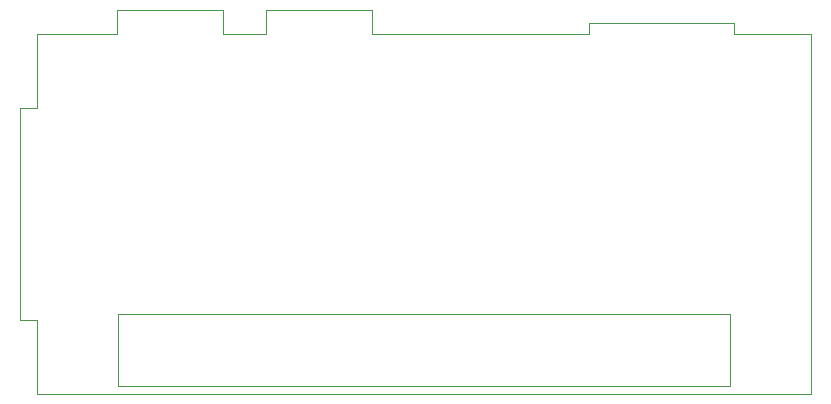
<source format=gbr>
G04 #@! TF.GenerationSoftware,KiCad,Pcbnew,(6.0.1)*
G04 #@! TF.CreationDate,2022-02-10T21:28:03-05:00*
G04 #@! TF.ProjectId,PI_W_Controller,50495f57-5f43-46f6-9e74-726f6c6c6572,v2*
G04 #@! TF.SameCoordinates,Original*
G04 #@! TF.FileFunction,Other,User*
%FSLAX46Y46*%
G04 Gerber Fmt 4.6, Leading zero omitted, Abs format (unit mm)*
G04 Created by KiCad (PCBNEW (6.0.1)) date 2022-02-10 21:28:03*
%MOMM*%
%LPD*%
G01*
G04 APERTURE LIST*
%ADD10C,0.050000*%
G04 APERTURE END LIST*
D10*
X141713000Y-43669000D02*
X141713000Y-45719000D01*
X124513000Y-51969000D02*
X125963000Y-51969000D01*
X154313000Y-43669000D02*
X154313000Y-45719000D01*
X132843000Y-69439000D02*
X132843000Y-75539000D01*
X145313000Y-45719000D02*
X141713000Y-45719000D01*
X125963000Y-76219000D02*
X125963000Y-69969000D01*
X154313000Y-45719000D02*
X172663000Y-45719000D01*
X145313000Y-43669000D02*
X145313000Y-45719000D01*
X172663000Y-44769000D02*
X172663000Y-45719000D01*
X184643000Y-69439000D02*
X132843000Y-69439000D01*
X145313000Y-43669000D02*
X154313000Y-43669000D01*
X184963000Y-44769000D02*
X184963000Y-45719000D01*
X132713000Y-43669000D02*
X141713000Y-43669000D01*
X184963000Y-45719000D02*
X191463000Y-45719000D01*
X184643000Y-75539000D02*
X184643000Y-69439000D01*
X132843000Y-75539000D02*
X184643000Y-75539000D01*
X191463000Y-76219000D02*
X191463000Y-45719000D01*
X132713000Y-43669000D02*
X132713000Y-45719000D01*
X184963000Y-44769000D02*
X172663000Y-44769000D01*
X124513000Y-51969000D02*
X124513000Y-69969000D01*
X124513000Y-69969000D02*
X125963000Y-69969000D01*
X125963000Y-76219000D02*
X191463000Y-76219000D01*
X125963000Y-51969000D02*
X125963000Y-45719000D01*
X132713000Y-45719000D02*
X125963000Y-45719000D01*
M02*

</source>
